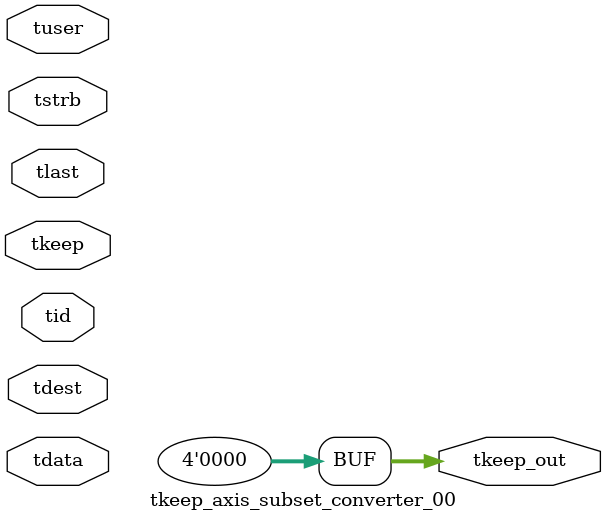
<source format=v>


`timescale 1ps/1ps

module tkeep_axis_subset_converter_00 #
(
parameter C_S_AXIS_TDATA_WIDTH = 32,
parameter C_S_AXIS_TUSER_WIDTH = 0,
parameter C_S_AXIS_TID_WIDTH   = 0,
parameter C_S_AXIS_TDEST_WIDTH = 0,
parameter C_M_AXIS_TDATA_WIDTH = 32
)
(
input  [(C_S_AXIS_TDATA_WIDTH == 0 ? 1 : C_S_AXIS_TDATA_WIDTH)-1:0     ] tdata,
input  [(C_S_AXIS_TUSER_WIDTH == 0 ? 1 : C_S_AXIS_TUSER_WIDTH)-1:0     ] tuser,
input  [(C_S_AXIS_TID_WIDTH   == 0 ? 1 : C_S_AXIS_TID_WIDTH)-1:0       ] tid,
input  [(C_S_AXIS_TDEST_WIDTH == 0 ? 1 : C_S_AXIS_TDEST_WIDTH)-1:0     ] tdest,
input  [(C_S_AXIS_TDATA_WIDTH/8)-1:0 ] tkeep,
input  [(C_S_AXIS_TDATA_WIDTH/8)-1:0 ] tstrb,
input                                                                    tlast,
output [(C_M_AXIS_TDATA_WIDTH/8)-1:0 ] tkeep_out
);

assign tkeep_out = {1'b0};

endmodule


</source>
